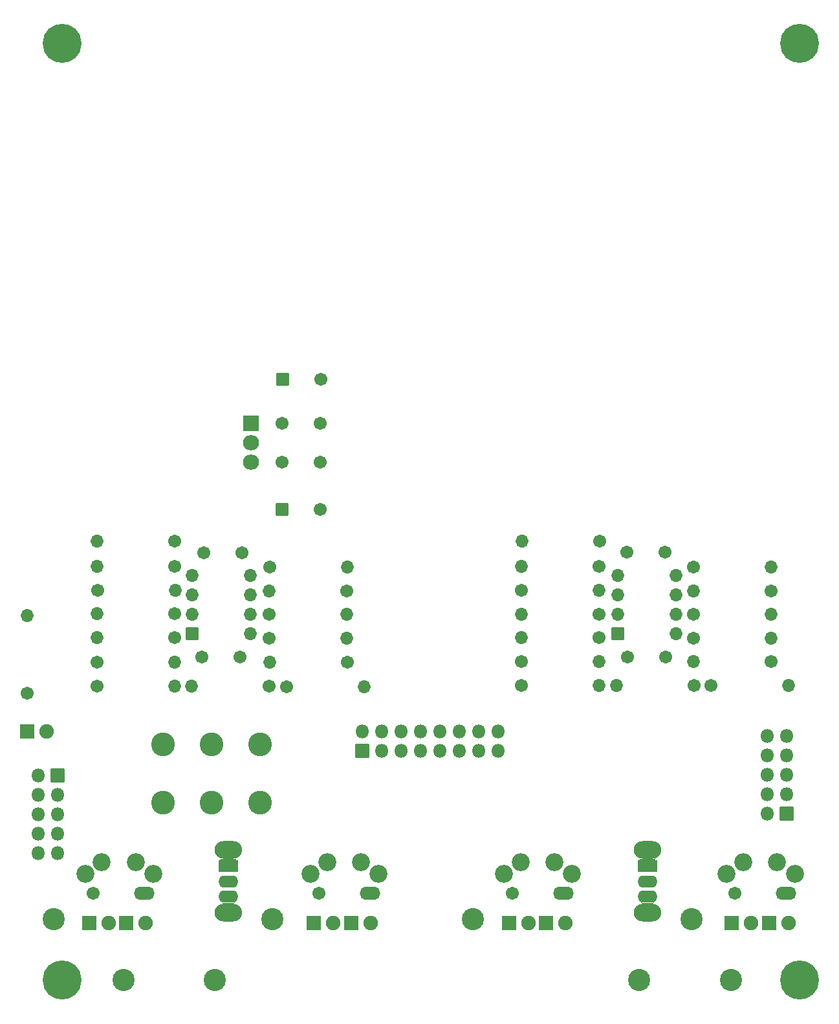
<source format=gbr>
G04 #@! TF.GenerationSoftware,KiCad,Pcbnew,(6.0.1)*
G04 #@! TF.CreationDate,2022-02-19T09:09:18-08:00*
G04 #@! TF.ProjectId,PBJ_EU,50424a5f-4555-42e6-9b69-6361645f7063,4.10*
G04 #@! TF.SameCoordinates,Original*
G04 #@! TF.FileFunction,Soldermask,Top*
G04 #@! TF.FilePolarity,Negative*
%FSLAX46Y46*%
G04 Gerber Fmt 4.6, Leading zero omitted, Abs format (unit mm)*
G04 Created by KiCad (PCBNEW (6.0.1)) date 2022-02-19 09:09:18*
%MOMM*%
%LPD*%
G01*
G04 APERTURE LIST*
G04 Aperture macros list*
%AMRoundRect*
0 Rectangle with rounded corners*
0 $1 Rounding radius*
0 $2 $3 $4 $5 $6 $7 $8 $9 X,Y pos of 4 corners*
0 Add a 4 corners polygon primitive as box body*
4,1,4,$2,$3,$4,$5,$6,$7,$8,$9,$2,$3,0*
0 Add four circle primitives for the rounded corners*
1,1,$1+$1,$2,$3*
1,1,$1+$1,$4,$5*
1,1,$1+$1,$6,$7*
1,1,$1+$1,$8,$9*
0 Add four rect primitives between the rounded corners*
20,1,$1+$1,$2,$3,$4,$5,0*
20,1,$1+$1,$4,$5,$6,$7,0*
20,1,$1+$1,$6,$7,$8,$9,0*
20,1,$1+$1,$8,$9,$2,$3,0*%
G04 Aperture macros list end*
%ADD10RoundRect,0.051000X-0.900000X-0.900000X0.900000X-0.900000X0.900000X0.900000X-0.900000X0.900000X0*%
%ADD11C,1.902000*%
%ADD12C,5.102000*%
%ADD13C,2.902000*%
%ADD14C,2.352000*%
%ADD15O,2.702000X1.702000*%
%ADD16C,1.702000*%
%ADD17O,3.602000X2.302000*%
%ADD18RoundRect,0.051000X-1.250000X0.750000X-1.250000X-0.750000X1.250000X-0.750000X1.250000X0.750000X0*%
%ADD19O,2.602000X1.602000*%
%ADD20RoundRect,0.051000X0.850000X-0.850000X0.850000X0.850000X-0.850000X0.850000X-0.850000X-0.850000X0*%
%ADD21O,1.802000X1.802000*%
%ADD22RoundRect,0.051000X0.850000X0.850000X-0.850000X0.850000X-0.850000X-0.850000X0.850000X-0.850000X0*%
%ADD23C,3.102000*%
%ADD24RoundRect,0.051000X-0.800000X-0.800000X0.800000X-0.800000X0.800000X0.800000X-0.800000X0.800000X0*%
%ADD25O,1.702000X1.702000*%
%ADD26RoundRect,0.051000X-1.000000X0.952500X-1.000000X-0.952500X1.000000X-0.952500X1.000000X0.952500X0*%
%ADD27O,2.102000X2.007000*%
G04 APERTURE END LIST*
D10*
X135150000Y-148000000D03*
D11*
X137690000Y-148000000D03*
D10*
X140050000Y-148000000D03*
D11*
X142590000Y-148000000D03*
D10*
X42920000Y-123000000D03*
D11*
X45460000Y-123000000D03*
D12*
X47500000Y-155500000D03*
X144020000Y-155500000D03*
X144020000Y-33000000D03*
X47500000Y-33000000D03*
D13*
X75000000Y-147500000D03*
X129870000Y-147500000D03*
X55500000Y-155500000D03*
X67500000Y-155500000D03*
X123000000Y-155500000D03*
X135000000Y-155500000D03*
X46400000Y-147500000D03*
D14*
X80020000Y-141600000D03*
X88920000Y-141600000D03*
X82170000Y-140100000D03*
X86620000Y-140100000D03*
D15*
X87760000Y-144150000D03*
D16*
X81080000Y-144150000D03*
D14*
X50520000Y-141600000D03*
X59420000Y-141600000D03*
X52670000Y-140100000D03*
X57120000Y-140100000D03*
D15*
X58260000Y-144150000D03*
D16*
X51580000Y-144150000D03*
D10*
X85300000Y-148000000D03*
D11*
X87840000Y-148000000D03*
D10*
X55900000Y-148000000D03*
D11*
X58440000Y-148000000D03*
D10*
X80450000Y-148000000D03*
D11*
X82990000Y-148000000D03*
D10*
X51000000Y-148000000D03*
D11*
X53540000Y-148000000D03*
D17*
X69250000Y-138500000D03*
X69250000Y-146700000D03*
D18*
X69250000Y-140600000D03*
D19*
X69250000Y-142600000D03*
X69250000Y-144600000D03*
D13*
X101270000Y-147500000D03*
D14*
X105320000Y-141600000D03*
X114220000Y-141600000D03*
X107470000Y-140100000D03*
X111920000Y-140100000D03*
D15*
X113060000Y-144150000D03*
D16*
X106380000Y-144150000D03*
D14*
X134470000Y-141600000D03*
X143370000Y-141600000D03*
X136620000Y-140100000D03*
X141070000Y-140100000D03*
D15*
X142210000Y-144150000D03*
D16*
X135530000Y-144150000D03*
D10*
X110850000Y-148000000D03*
D11*
X113390000Y-148000000D03*
D10*
X105950000Y-148000000D03*
D11*
X108490000Y-148000000D03*
D17*
X124100000Y-138500000D03*
X124100000Y-146700000D03*
D18*
X124100000Y-140600000D03*
D19*
X124100000Y-142600000D03*
X124100000Y-144600000D03*
D20*
X86800000Y-125540000D03*
D21*
X86800000Y-123000000D03*
X89340000Y-125540000D03*
X89340000Y-123000000D03*
X91880000Y-125540000D03*
X91880000Y-123000000D03*
X94420000Y-125540000D03*
X94420000Y-123000000D03*
X96960000Y-125540000D03*
X96960000Y-123000000D03*
X99500000Y-125540000D03*
X99500000Y-123000000D03*
X102040000Y-125540000D03*
X102040000Y-123000000D03*
X104580000Y-125540000D03*
X104580000Y-123000000D03*
D22*
X142330000Y-133750000D03*
D21*
X139790000Y-133750000D03*
X142330000Y-131210000D03*
X139790000Y-131210000D03*
X142330000Y-128670000D03*
X139790000Y-128670000D03*
X142330000Y-126130000D03*
X139790000Y-126130000D03*
X142330000Y-123590000D03*
X139790000Y-123590000D03*
D23*
X60650000Y-132310000D03*
X60650000Y-124690000D03*
X73350000Y-124690000D03*
X67000000Y-124690000D03*
X73350000Y-132310000D03*
X67000000Y-132310000D03*
D24*
X76352400Y-76911200D03*
D16*
X81352400Y-76911200D03*
X42920000Y-118000000D03*
D25*
X42920000Y-107840000D03*
D24*
X64510000Y-110200000D03*
D25*
X64510000Y-107660000D03*
X64510000Y-105120000D03*
X64510000Y-102580000D03*
X72130000Y-102580000D03*
X72130000Y-105120000D03*
X72130000Y-107660000D03*
X72130000Y-110200000D03*
D16*
X74610000Y-110800000D03*
D25*
X84770000Y-110800000D03*
D16*
X76820000Y-117090000D03*
D25*
X86980000Y-117090000D03*
D16*
X74610000Y-107670000D03*
D25*
X84770000Y-107670000D03*
D16*
X52040000Y-117080000D03*
D25*
X62200000Y-117080000D03*
D16*
X62250000Y-107600000D03*
D25*
X52090000Y-107600000D03*
D16*
X52080000Y-113890000D03*
D25*
X62240000Y-113890000D03*
D16*
X74600000Y-117080000D03*
D25*
X64440000Y-117080000D03*
D16*
X52100000Y-104500000D03*
D25*
X62260000Y-104500000D03*
D16*
X62240000Y-110710000D03*
D25*
X52080000Y-110710000D03*
D16*
X126450000Y-113250000D03*
X121450000Y-113250000D03*
X70800000Y-113200000D03*
X65800000Y-113200000D03*
X126400000Y-99550000D03*
X121400000Y-99550000D03*
X130130000Y-110770000D03*
D25*
X140290000Y-110770000D03*
D16*
X132410000Y-116940000D03*
D25*
X142570000Y-116940000D03*
D16*
X140280000Y-113870000D03*
D25*
X130120000Y-113870000D03*
D16*
X107630000Y-113800000D03*
D25*
X117790000Y-113800000D03*
D16*
X130130000Y-107660000D03*
D25*
X140290000Y-107660000D03*
D16*
X117780000Y-110720000D03*
D25*
X107620000Y-110720000D03*
D16*
X107610000Y-116940000D03*
D25*
X117770000Y-116940000D03*
D16*
X130220000Y-116940000D03*
D25*
X120060000Y-116940000D03*
D24*
X76301600Y-93929200D03*
D16*
X81301600Y-93929200D03*
X84790000Y-113930000D03*
D25*
X74630000Y-113930000D03*
D24*
X120210000Y-110200000D03*
D25*
X120210000Y-107660000D03*
X120210000Y-105120000D03*
X120210000Y-102580000D03*
X127830000Y-102580000D03*
X127830000Y-105120000D03*
X127830000Y-107660000D03*
X127830000Y-110200000D03*
D16*
X71050000Y-99600000D03*
X66050000Y-99600000D03*
D22*
X46880000Y-128710000D03*
D21*
X44340000Y-128710000D03*
X46880000Y-131250000D03*
X44340000Y-131250000D03*
X46880000Y-133790000D03*
X44340000Y-133790000D03*
X46880000Y-136330000D03*
X44340000Y-136330000D03*
X46880000Y-138870000D03*
X44340000Y-138870000D03*
D16*
X107600000Y-104550000D03*
D25*
X117760000Y-104550000D03*
D16*
X117770000Y-107650000D03*
D25*
X107610000Y-107650000D03*
D16*
X140290000Y-104570000D03*
D25*
X130130000Y-104570000D03*
D16*
X74640000Y-101430000D03*
D25*
X84800000Y-101430000D03*
D16*
X84760000Y-104570000D03*
D25*
X74600000Y-104570000D03*
D16*
X130120000Y-101470000D03*
D25*
X140280000Y-101470000D03*
D16*
X62230000Y-98044000D03*
D25*
X52070000Y-98044000D03*
D16*
X117856000Y-98044000D03*
D25*
X107696000Y-98044000D03*
D16*
X62230000Y-101346000D03*
D25*
X52070000Y-101346000D03*
D16*
X117770000Y-101346000D03*
D25*
X107610000Y-101346000D03*
D16*
X76301600Y-82702400D03*
X81301600Y-82702400D03*
X76301600Y-87782400D03*
X81301600Y-87782400D03*
D26*
X72186800Y-82702400D03*
D27*
X72186800Y-85242400D03*
X72186800Y-87782400D03*
G36*
X123412123Y-145376585D02*
G01*
X123588947Y-145398923D01*
X123600014Y-145399000D01*
X124599884Y-145399000D01*
X124777015Y-145379132D01*
X124931776Y-145325238D01*
X124933741Y-145325613D01*
X124934399Y-145327502D01*
X124933434Y-145328859D01*
X124916871Y-145338422D01*
X124917368Y-145339284D01*
X124917368Y-145341284D01*
X124916765Y-145341935D01*
X124875695Y-145370021D01*
X124848739Y-145433816D01*
X124860553Y-145502062D01*
X124907469Y-145553174D01*
X124941640Y-145566562D01*
X124942887Y-145568125D01*
X124942158Y-145569987D01*
X124940675Y-145570410D01*
X124780002Y-145551393D01*
X124749974Y-145551000D01*
X123450096Y-145551000D01*
X123246221Y-145569734D01*
X123244405Y-145568896D01*
X123244222Y-145566905D01*
X123245510Y-145565813D01*
X123253673Y-145563580D01*
X123312876Y-145527067D01*
X123342811Y-145464612D01*
X123334229Y-145395887D01*
X123289684Y-145342509D01*
X123282961Y-145338325D01*
X123261742Y-145326074D01*
X123260742Y-145324342D01*
X123261742Y-145322610D01*
X123263426Y-145322463D01*
X123412123Y-145376585D01*
G37*
G36*
X68562123Y-145376585D02*
G01*
X68738947Y-145398923D01*
X68750014Y-145399000D01*
X69749884Y-145399000D01*
X69927015Y-145379132D01*
X70081776Y-145325238D01*
X70083741Y-145325613D01*
X70084399Y-145327502D01*
X70083434Y-145328859D01*
X70066871Y-145338422D01*
X70067368Y-145339284D01*
X70067368Y-145341284D01*
X70066765Y-145341935D01*
X70025695Y-145370021D01*
X69998739Y-145433816D01*
X70010553Y-145502062D01*
X70057469Y-145553174D01*
X70091640Y-145566562D01*
X70092887Y-145568125D01*
X70092158Y-145569987D01*
X70090675Y-145570410D01*
X69930002Y-145551393D01*
X69899974Y-145551000D01*
X68600096Y-145551000D01*
X68396221Y-145569734D01*
X68394405Y-145568896D01*
X68394222Y-145566905D01*
X68395510Y-145565813D01*
X68403673Y-145563580D01*
X68462876Y-145527067D01*
X68492811Y-145464612D01*
X68484229Y-145395887D01*
X68439684Y-145342509D01*
X68432961Y-145338325D01*
X68411742Y-145326074D01*
X68410742Y-145324342D01*
X68411742Y-145322610D01*
X68413426Y-145322463D01*
X68562123Y-145376585D01*
G37*
G36*
X125184988Y-139562337D02*
G01*
X125185873Y-139564131D01*
X125185212Y-139565489D01*
X125136344Y-139609281D01*
X125117941Y-139676050D01*
X125138558Y-139742167D01*
X125191713Y-139786697D01*
X125241248Y-139797042D01*
X125242739Y-139798375D01*
X125242330Y-139800333D01*
X125240839Y-139801000D01*
X122962948Y-139801000D01*
X122961216Y-139800000D01*
X122961216Y-139798000D01*
X122962385Y-139797081D01*
X123029397Y-139777405D01*
X123074752Y-139725062D01*
X123084609Y-139656509D01*
X123055816Y-139593462D01*
X123021750Y-139569168D01*
X123020920Y-139567349D01*
X123022081Y-139565720D01*
X123023504Y-139565630D01*
X123211112Y-139623884D01*
X123419998Y-139648607D01*
X123450026Y-139649000D01*
X124749904Y-139649000D01*
X124959388Y-139629751D01*
X125161761Y-139572676D01*
X125182992Y-139562206D01*
X125184988Y-139562337D01*
G37*
G36*
X70334988Y-139562337D02*
G01*
X70335873Y-139564131D01*
X70335212Y-139565489D01*
X70286344Y-139609281D01*
X70267941Y-139676050D01*
X70288558Y-139742167D01*
X70341713Y-139786697D01*
X70391248Y-139797042D01*
X70392739Y-139798375D01*
X70392330Y-139800333D01*
X70390839Y-139801000D01*
X68112948Y-139801000D01*
X68111216Y-139800000D01*
X68111216Y-139798000D01*
X68112385Y-139797081D01*
X68179397Y-139777405D01*
X68224752Y-139725062D01*
X68234609Y-139656509D01*
X68205816Y-139593462D01*
X68171750Y-139569168D01*
X68170920Y-139567349D01*
X68172081Y-139565720D01*
X68173504Y-139565630D01*
X68361112Y-139623884D01*
X68569998Y-139648607D01*
X68600026Y-139649000D01*
X69899904Y-139649000D01*
X70109388Y-139629751D01*
X70311761Y-139572676D01*
X70332992Y-139562206D01*
X70334988Y-139562337D01*
G37*
M02*

</source>
